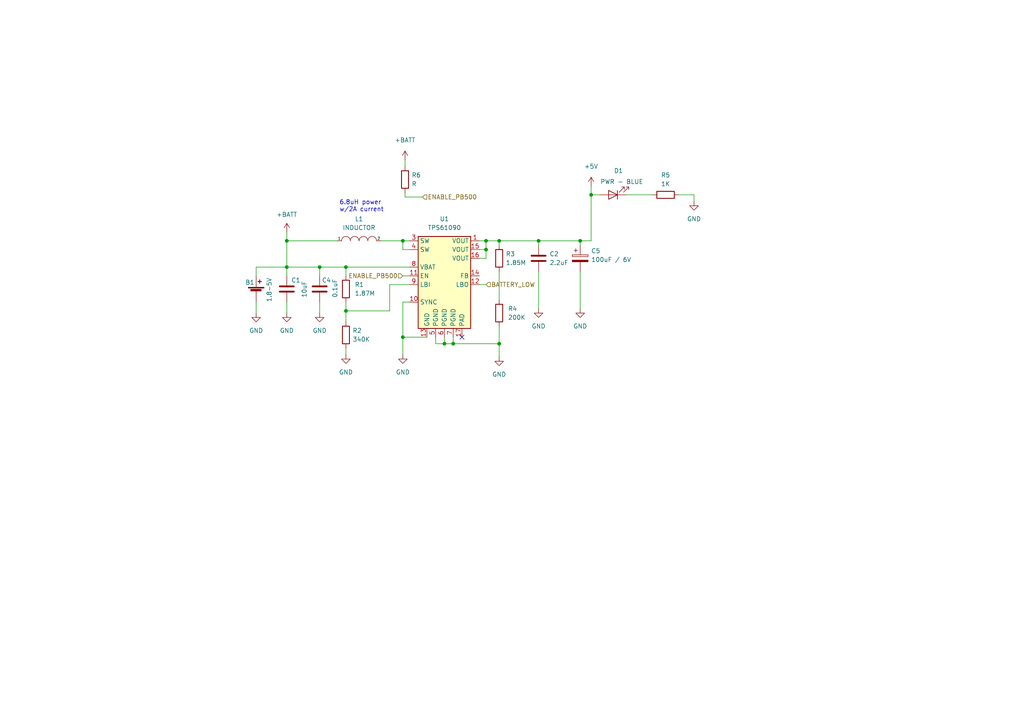
<source format=kicad_sch>
(kicad_sch (version 20211123) (generator eeschema)
  (paper "A4")
  (lib_symbols
    (symbol "D24V50F5:C" (pin_numbers hide) (pin_names (offset 0.254))
      (property "Reference" "C" (at 0.635 2.54 0))
      (property "Value" "C" (at 0.635 -2.54 0))
      (symbol "C_0_1"
        (polyline (pts (xy -2.032 -0.762) (xy 2.032 -0.762)) (stroke (width 0.508)))
        (polyline (pts (xy -2.032 0.762) (xy 2.032 0.762)) (stroke (width 0.508)))
      )
      (symbol "C_1_1"
        (pin passive line (at 0 3.81 270) (length 2.794) (name "~") (number "1"))
        (pin passive line (at 0 -3.81 90) (length 2.794) (name "~") (number "2"))
      )
    )
    (symbol "D24V50F5:CP" (pin_numbers hide) (pin_names (offset 0.254))
      (property "Reference" "C" (at 0.635 2.54 0))
      (property "Value" "CP" (at 0.635 -2.54 0))
      (symbol "CP_0_1"
        (rectangle (start -2.286 0.508) (end 2.286 1.016))
        (polyline (pts (xy -1.778 2.286) (xy -0.762 2.286)))
        (polyline (pts (xy -1.27 2.794) (xy -1.27 1.778)))
        (rectangle (start 2.286 -0.508) (end -2.286 -1.016) (fill (type outline)))
      )
      (symbol "CP_1_1"
        (pin passive line (at 0 3.81 270) (length 2.794) (name "~") (number "1"))
        (pin passive line (at 0 -3.81 90) (length 2.794) (name "~") (number "2"))
      )
    )
    (symbol "D24V50F5:LED" (pin_numbers hide) (pin_names (offset 1.016) hide)
      (property "Reference" "D" (at 0 2.54 0))
      (property "Value" "LED" (at 0 -2.54 0))
      (symbol "LED_0_1"
        (polyline (pts (xy -1.27 -1.27) (xy -1.27 1.27)) (stroke (width 0.2032)))
        (polyline (pts (xy -1.27 0) (xy 1.27 0)))
        (polyline (pts (xy 1.27 -1.27) (xy 1.27 1.27) (xy -1.27 0) (xy 1.27 -1.27)) (stroke (width 0.2032)))
        (polyline (pts (xy -3.048 -0.762) (xy -4.572 -2.286) (xy -3.81 -2.286) (xy -4.572 -2.286) (xy -4.572 -1.524)))
        (polyline (pts (xy -1.778 -0.762) (xy -3.302 -2.286) (xy -2.54 -2.286) (xy -3.302 -2.286) (xy -3.302 -1.524)))
      )
      (symbol "LED_1_1"
        (pin passive line (at -3.81 0 0) (length 2.54) (name "K") (number "1"))
        (pin passive line (at 3.81 0 180) (length 2.54) (name "A") (number "2"))
      )
    )
    (symbol "D24V50F5:R" (pin_numbers hide) (pin_names (offset 0))
      (property "Reference" "R" (at 2.032 0 90))
      (property "Value" "R" (at 0 0 90))
      (symbol "R_0_1"
        (rectangle (start -1.016 -2.54) (end 1.016 2.54) (stroke (width 0.254)))
      )
      (symbol "R_1_1"
        (pin passive line (at 0 3.81 270) (length 1.27) (name "~") (number "1"))
        (pin passive line (at 0 -3.81 90) (length 1.27) (name "~") (number "2"))
      )
    )
    (symbol "Device:Battery_Cell" (pin_numbers hide) (pin_names (offset 0) hide)
      (property "Reference" "BT" (at 2.54 2.54 0))
      (property "Value" "Battery_Cell" (at 2.54 0 0))
      (symbol "Battery_Cell_0_1"
        (rectangle (start -2.286 1.778) (end 2.286 1.524) (fill (type outline)))
        (rectangle (start -1.5748 1.1938) (end 1.4732 0.6858) (fill (type outline)))
        (polyline (pts (xy 0 0.762) (xy 0 0)))
        (polyline (pts (xy 0 1.778) (xy 0 2.54)))
        (polyline (pts (xy 0.508 3.429) (xy 1.524 3.429)) (stroke (width 0.254)))
        (polyline (pts (xy 1.016 3.937) (xy 1.016 2.921)) (stroke (width 0.254)))
      )
      (symbol "Battery_Cell_1_1"
        (pin passive line (at 0 5.08 270) (length 2.54) (name "+") (number "1"))
        (pin passive line (at 0 -2.54 90) (length 2.54) (name "-") (number "2"))
      )
    )
    (symbol "Regulator_Switching:TPS61090"
      (property "Reference" "U" (at -7.62 15.24 0))
      (property "Value" "TPS61090" (at 1.27 15.24 0))
      (symbol "TPS61090_0_0"
        (pin power_out line (at 10.16 12.7 180) (length 2.54) (name "VOUT") (number "1"))
        (pin input line (at -10.16 -5.08 0) (length 2.54) (name "SYNC") (number "10"))
        (pin input line (at -10.16 2.54 0) (length 2.54) (name "EN") (number "11"))
        (pin open_collector line (at 10.16 0 180) (length 2.54) (name "LBO") (number "12"))
        (pin power_in line (at -5.08 -15.24 90) (length 2.54) (name "GND") (number "13"))
        (pin input line (at 10.16 2.54 180) (length 2.54) (name "FB") (number "14"))
        (pin passive line (at 10.16 10.16 180) (length 2.54) (name "VOUT") (number "15"))
        (pin passive line (at 10.16 7.62 180) (length 2.54) (name "VOUT") (number "16"))
        (pin power_in line (at 5.08 -15.24 90) (length 2.54) (name "PAD") (number "17"))
        (pin no_connect line (at 10.16 -5.08 180) (length 2.54) hide (name "NC") (number "2"))
        (pin passive line (at -10.16 12.7 0) (length 2.54) (name "SW") (number "3"))
        (pin passive line (at -10.16 10.16 0) (length 2.54) (name "SW") (number "4"))
        (pin power_in line (at -2.54 -15.24 90) (length 2.54) (name "PGND") (number "5"))
        (pin power_in line (at 0 -15.24 90) (length 2.54) (name "PGND") (number "6"))
        (pin power_in line (at 2.54 -15.24 90) (length 2.54) (name "PGND") (number "7"))
        (pin power_in line (at -10.16 5.08 0) (length 2.54) (name "VBAT") (number "8"))
        (pin input line (at -10.16 0 0) (length 2.54) (name "LBI") (number "9"))
      )
      (symbol "TPS61090_0_1"
        (rectangle (start -7.62 13.97) (end 7.62 -12.7) (stroke (width 0.254)) (fill (type background)))
      )
    )
    (symbol "power:+5V" (power) (pin_names (offset 0))
      (property "Value" "+5V" (at 0 3.556 0))
      (symbol "+5V_0_1"
        (polyline (pts (xy -0.762 1.27) (xy 0 2.54)))
        (polyline (pts (xy 0 0) (xy 0 2.54)))
        (polyline (pts (xy 0 2.54) (xy 0.762 1.27)))
      )
      (symbol "+5V_1_1"
        (pin power_in line (at 0 0 90) (length 0) hide (name "+5V") (number "1"))
      )
    )
    (symbol "power:+BATT" (power) (pin_names (offset 0))
      (property "Value" "+BATT" (at 0 3.556 0))
      (symbol "+BATT_0_1"
        (polyline (pts (xy -0.762 1.27) (xy 0 2.54)))
        (polyline (pts (xy 0 0) (xy 0 2.54)))
        (polyline (pts (xy 0 2.54) (xy 0.762 1.27)))
      )
      (symbol "+BATT_1_1"
        (pin power_in line (at 0 0 90) (length 0) hide (name "+BATT") (number "1"))
      )
    )
    (symbol "power:GND" (power) (pin_names (offset 0))
      (property "Value" "GND" (at 0 -3.81 0))
      (symbol "GND_0_1"
        (polyline (pts (xy 0 0) (xy 0 -1.27) (xy 1.27 -1.27) (xy 0 -2.54) (xy -1.27 -1.27) (xy 0 -1.27)))
      )
      (symbol "GND_1_1"
        (pin power_in line (at 0 0 270) (length 0) hide (name "GND") (number "1"))
      )
    )
    (symbol "pspice:INDUCTOR" (pin_numbers hide) (pin_names (offset 0))
      (property "Reference" "L" (at 0 2.54 0))
      (property "Value" "INDUCTOR" (at 0 -1.27 0))
      (symbol "INDUCTOR_0_1"
        (arc (start -2.54 0) (mid -3.81 1.27) (end -5.08 0))
        (arc (start 0 0) (mid -1.27 1.27) (end -2.54 0))
        (arc (start 2.54 0) (mid 1.27 1.27) (end 0 0))
        (arc (start 5.08 0) (mid 3.81 1.27) (end 2.54 0))
      )
      (symbol "INDUCTOR_1_1"
        (pin input line (at -6.35 0 0) (length 1.27) (name "1") (number "1"))
        (pin input line (at 6.35 0 180) (length 1.27) (name "2") (number "2"))
      )
    )
  )
  (junction (at 140.97 69.85))
  (junction (at 171.45 56.515))
  (junction (at 116.84 69.85))
  (junction (at 131.445 99.695))
  (junction (at 116.84 97.79))
  (junction (at 100.33 77.47))
  (junction (at 92.71 77.47))
  (junction (at 83.185 77.47))
  (junction (at 144.78 99.695))
  (junction (at 100.33 90.17))
  (junction (at 156.21 69.85))
  (junction (at 168.275 69.85))
  (junction (at 83.185 69.85))
  (junction (at 140.97 72.39))
  (junction (at 128.905 99.695))
  (junction (at 144.78 69.85))
  (no_connect (at 133.985 97.79))
  (wire (pts (xy 128.905 97.79) (xy 128.905 99.695)))
  (wire (pts (xy 140.97 69.85) (xy 140.97 72.39)))
  (wire (pts (xy 116.84 69.85) (xy 118.745 69.85)))
  (wire (pts (xy 171.45 56.515) (xy 171.45 53.975)))
  (wire (pts (xy 171.45 56.515) (xy 173.99 56.515)))
  (wire (pts (xy 100.33 77.47) (xy 100.33 80.01)))
  (wire (pts (xy 126.365 99.695) (xy 128.905 99.695)))
  (wire (pts (xy 140.97 69.85) (xy 144.78 69.85)))
  (wire (pts (xy 140.97 72.39) (xy 140.97 74.93)))
  (wire (pts (xy 144.78 69.85) (xy 144.78 71.12)))
  (wire (pts (xy 144.78 78.74) (xy 144.78 86.995)))
  (wire (pts (xy 116.84 87.63) (xy 116.84 97.79)))
  (wire (pts (xy 92.71 77.47) (xy 100.33 77.47)))
  (wire (pts (xy 196.85 56.515) (xy 201.295 56.515)))
  (wire (pts (xy 156.21 69.85) (xy 156.21 71.12)))
  (wire (pts (xy 116.84 72.39) (xy 116.84 69.85)))
  (wire (pts (xy 83.185 69.85) (xy 97.79 69.85)))
  (wire (pts (xy 74.295 87.63) (xy 74.295 90.805)))
  (wire (pts (xy 156.21 69.85) (xy 168.275 69.85)))
  (wire (pts (xy 123.825 97.79) (xy 116.84 97.79)))
  (wire (pts (xy 100.33 90.17) (xy 100.33 93.345)))
  (wire (pts (xy 139.065 74.93) (xy 140.97 74.93)))
  (wire (pts (xy 116.84 97.79) (xy 116.84 102.87)))
  (wire (pts (xy 74.295 77.47) (xy 83.185 77.47)))
  (wire (pts (xy 83.185 67.31) (xy 83.185 69.85)))
  (wire (pts (xy 100.33 90.17) (xy 113.03 90.17)))
  (wire (pts (xy 118.745 72.39) (xy 116.84 72.39)))
  (wire (pts (xy 117.475 46.355) (xy 117.475 48.26)))
  (wire (pts (xy 118.745 87.63) (xy 116.84 87.63)))
  (wire (pts (xy 131.445 97.79) (xy 131.445 99.695)))
  (wire (pts (xy 131.445 99.695) (xy 144.78 99.695)))
  (wire (pts (xy 83.185 87.63) (xy 83.185 90.805)))
  (wire (pts (xy 168.275 69.85) (xy 168.275 71.12)))
  (wire (pts (xy 100.33 100.965) (xy 100.33 102.87)))
  (wire (pts (xy 139.065 82.55) (xy 140.97 82.55)))
  (wire (pts (xy 139.065 69.85) (xy 140.97 69.85)))
  (wire (pts (xy 100.33 77.47) (xy 118.745 77.47)))
  (wire (pts (xy 83.185 77.47) (xy 92.71 77.47)))
  (wire (pts (xy 201.295 56.515) (xy 201.295 58.42)))
  (wire (pts (xy 116.84 80.01) (xy 118.745 80.01)))
  (wire (pts (xy 128.905 99.695) (xy 131.445 99.695)))
  (wire (pts (xy 92.71 77.47) (xy 92.71 80.01)))
  (wire (pts (xy 144.78 69.85) (xy 156.21 69.85)))
  (wire (pts (xy 117.475 57.15) (xy 122.555 57.15)))
  (wire (pts (xy 139.065 72.39) (xy 140.97 72.39)))
  (wire (pts (xy 168.275 78.74) (xy 168.275 89.535)))
  (wire (pts (xy 117.475 55.88) (xy 117.475 57.15)))
  (wire (pts (xy 144.78 94.615) (xy 144.78 99.695)))
  (wire (pts (xy 83.185 69.85) (xy 83.185 77.47)))
  (wire (pts (xy 110.49 69.85) (xy 116.84 69.85)))
  (wire (pts (xy 171.45 69.85) (xy 171.45 56.515)))
  (wire (pts (xy 83.185 77.47) (xy 83.185 80.01)))
  (wire (pts (xy 181.61 56.515) (xy 189.23 56.515)))
  (wire (pts (xy 92.71 87.63) (xy 92.71 90.805)))
  (wire (pts (xy 156.21 78.74) (xy 156.21 89.535)))
  (wire (pts (xy 144.78 99.695) (xy 144.78 103.505)))
  (wire (pts (xy 118.745 82.55) (xy 113.03 82.55)))
  (wire (pts (xy 113.03 82.55) (xy 113.03 90.17)))
  (wire (pts (xy 126.365 97.79) (xy 126.365 99.695)))
  (wire (pts (xy 100.33 87.63) (xy 100.33 90.17)))
  (wire (pts (xy 168.275 69.85) (xy 171.45 69.85)))
  (wire (pts (xy 74.295 77.47) (xy 74.295 80.01)))
  (text "6.8uH power\nw/2A current\n" (at 98.425 61.595 0) (effects (font (size 1.27 1.27)) (justify left bottom)))
  (hierarchical_label "ENABLE_PB500" (shape input) (at 122.555 57.15 0))
  (hierarchical_label "BATTERY_LOW" (shape input) (at 140.97 82.55 0))
  (hierarchical_label "ENABLE_PB500" (shape input) (at 116.84 80.01 180))
  (symbol (lib_id "power:GND") (at 100.33 102.87 0) (unit 1)
    (property "Reference" "#PWR0102" (effects hide))
    (property "Value" "GND" (at 100.33 107.95 0))
  )
  (symbol (lib_id "D24V50F5:R") (at 144.78 90.805 0) (unit 1)
    (property "Reference" "R4" (at 147.32 89.5349 0) (effects (justify left)))
    (property "Value" "200K" (at 147.32 92.0749 0) (effects (justify left)))
    (property "Footprint" "Resistor_SMD:R_0805_2012Metric" (effects hide))
  )
  (symbol (lib_id "power:GND") (at 201.295 58.42 0) (unit 1)
    (property "Reference" "#PWR0111" (effects hide))
    (property "Value" "GND" (at 201.295 63.5 0))
  )
  (symbol (lib_id "D24V50F5:LED") (at 177.8 56.515 180) (unit 1)
    (property "Reference" "D1" (at 179.4002 49.53 0))
    (property "Value" "PWR - BLUE" (at 180.34 52.705 0))
    (property "Footprint" "LED_SMD:LED_0805_2012Metric" (effects hide))
  )
  (symbol (lib_id "D24V50F5:CP") (at 168.275 74.93 0) (unit 1)
    (property "Reference" "C5" (at 171.45 72.7709 0) (effects (justify left)))
    (property "Value" "100uF / 6V" (at 171.45 75.3109 0) (effects (justify left)))
  )
  (symbol (lib_id "Regulator_Switching:TPS61090") (at 128.905 82.55 0) (unit 1)
    (property "Reference" "U1" (at 128.905 63.5 0))
    (property "Value" "TPS61090" (at 128.905 66.04 0))
    (property "Footprint" "Package_DFN_QFN:Texas_S-PVQFN-N16_EP2.7x2.7mm_ThermalVias" (effects hide))
    (property "Datasheet" "http://www.ti.com/lit/ds/symlink/tps61090.pdf" (effects hide))
  )
  (symbol (lib_id "D24V50F5:R") (at 144.78 74.93 0) (unit 1)
    (property "Reference" "R3" (at 146.685 73.6599 0) (effects (justify left)))
    (property "Value" "1.85M" (at 146.685 76.1999 0) (effects (justify left)))
    (property "Footprint" "Resistor_SMD:R_0805_2012Metric" (effects hide))
  )
  (symbol (lib_id "power:GND") (at 156.21 89.535 0) (unit 1)
    (property "Reference" "#PWR0107" (effects hide))
    (property "Value" "GND" (at 156.21 94.615 0))
  )
  (symbol (lib_id "power:GND") (at 116.84 102.87 0) (unit 1)
    (property "Reference" "#PWR0101" (effects hide))
    (property "Value" "GND" (at 116.84 107.95 0))
  )
  (symbol (lib_id "D24V50F5:C") (at 92.71 83.82 0) (unit 1)
    (property "Reference" "C4" (at 93.345 81.28 0) (effects (justify left)))
    (property "Value" "0.1uF" (at 97.155 86.36 90) (effects (justify left)))
    (property "Footprint" "Capacitor_SMD:C_0805_2012Metric" (effects hide))
  )
  (symbol (lib_id "power:GND") (at 74.295 90.805 0) (unit 1)
    (property "Reference" "#PWR0105" (effects hide))
    (property "Value" "GND" (at 74.295 95.885 0))
  )
  (symbol (lib_id "D24V50F5:C") (at 156.21 74.93 0) (unit 1)
    (property "Reference" "C2" (at 159.385 73.6599 0) (effects (justify left)))
    (property "Value" "2.2uF" (at 159.385 76.1999 0) (effects (justify left)))
    (property "Footprint" "Capacitor_SMD:C_0805_2012Metric" (effects hide))
  )
  (symbol (lib_id "power:GND") (at 168.275 89.535 0) (unit 1)
    (property "Reference" "#PWR0109" (effects hide))
    (property "Value" "GND" (at 168.275 94.615 0))
  )
  (symbol (lib_id "D24V50F5:R") (at 100.33 83.82 0) (unit 1)
    (property "Reference" "R1" (at 102.87 82.5499 0) (effects (justify left)))
    (property "Value" "1.87M" (at 102.87 85.0899 0) (effects (justify left)))
    (property "Footprint" "Resistor_SMD:R_0805_2012Metric" (effects hide))
  )
  (symbol (lib_id "power:GND") (at 92.71 90.805 0) (unit 1)
    (property "Reference" "#PWR0103" (effects hide))
    (property "Value" "GND" (at 92.71 95.885 0))
  )
  (symbol (lib_id "D24V50F5:R") (at 193.04 56.515 90) (unit 1)
    (property "Reference" "R5" (at 193.04 50.8 90))
    (property "Value" "1K" (at 193.04 53.34 90))
    (property "Footprint" "Resistor_SMD:R_0805_2012Metric" (effects hide))
  )
  (symbol (lib_id "power:+BATT") (at 83.185 67.31 0) (unit 1)
    (property "Reference" "#PWR0104" (effects hide))
    (property "Value" "+BATT" (at 83.185 62.23 0))
  )
  (symbol (lib_id "D24V50F5:C") (at 83.185 83.82 0) (unit 1)
    (property "Reference" "C1" (at 84.455 81.28 0) (effects (justify left)))
    (property "Value" "10uF" (at 88.265 86.36 90) (effects (justify left)))
    (property "Footprint" "Capacitor_SMD:C_0805_2012Metric" (effects hide))
  )
  (symbol (lib_id "Device:Battery_Cell") (at 74.295 85.09 0) (unit 1)
    (property "Reference" "B1" (at 71.12 81.915 0) (effects (justify left)))
    (property "Value" "1.8-5V" (at 78.105 87.63 90) (effects (justify left)))
  )
  (symbol (lib_id "pspice:INDUCTOR") (at 104.14 69.85 0) (unit 1)
    (property "Reference" "L1" (at 104.14 63.5 0))
    (property "Value" "INDUCTOR" (at 104.14 66.04 0))
  )
  (symbol (lib_id "power:GND") (at 144.78 103.505 0) (unit 1)
    (property "Reference" "#PWR0108" (effects hide))
    (property "Value" "GND" (at 144.78 108.585 0))
  )
  (symbol (lib_id "D24V50F5:R") (at 117.475 52.07 0) (unit 1)
    (property "Reference" "R6" (at 119.38 50.7999 0) (effects (justify left)))
    (property "Value" "R" (at 119.38 53.3399 0) (effects (justify left)))
    (property "Footprint" "Resistor_SMD:R_0805_2012Metric" (effects hide))
  )
  (symbol (lib_id "power:GND") (at 83.185 90.805 0) (unit 1)
    (property "Reference" "#PWR0106" (effects hide))
    (property "Value" "GND" (at 83.185 95.885 0))
  )
  (symbol (lib_id "power:+5V") (at 171.45 53.975 0) (unit 1)
    (property "Reference" "#PWR0110" (effects hide))
    (property "Value" "+5V" (at 171.45 48.26 0))
  )
  (symbol (lib_id "D24V50F5:R") (at 100.33 97.155 0) (unit 1)
    (property "Reference" "R2" (at 102.235 95.8849 0) (effects (justify left)))
    (property "Value" "340K" (at 102.235 98.4249 0) (effects (justify left)))
    (property "Footprint" "Resistor_SMD:R_0805_2012Metric" (effects hide))
  )
  (symbol (lib_id "power:+BATT") (at 117.475 46.355 0) (unit 1)
    (property "Reference" "#PWR0112" (effects hide))
    (property "Value" "+BATT" (at 117.475 40.64 0))
  )
)
</source>
